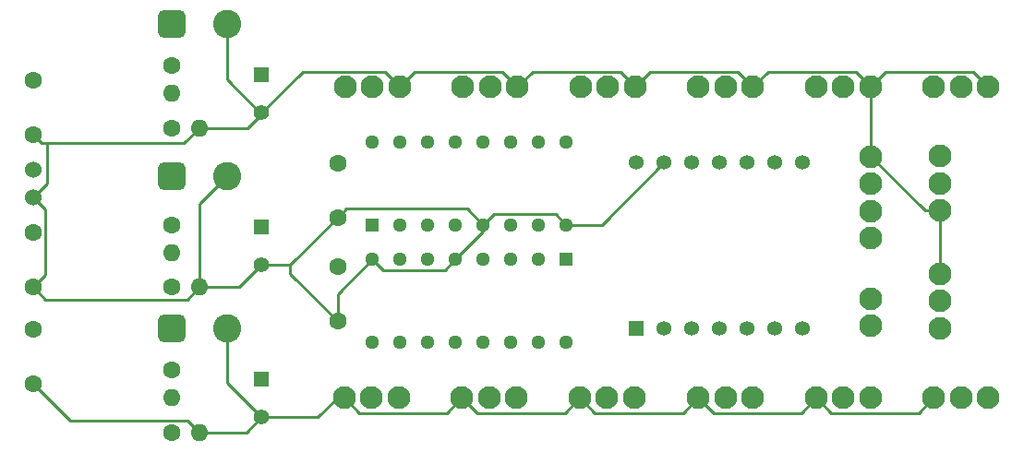
<source format=gbl>
%TF.GenerationSoftware,KiCad,Pcbnew,7.0.10*%
%TF.CreationDate,2024-10-31T16:27:30-04:00*%
%TF.ProjectId,SDP25_MainPCB,53445032-355f-44d6-9169-6e5043422e6b,rev?*%
%TF.SameCoordinates,Original*%
%TF.FileFunction,Copper,L2,Bot*%
%TF.FilePolarity,Positive*%
%FSLAX46Y46*%
G04 Gerber Fmt 4.6, Leading zero omitted, Abs format (unit mm)*
G04 Created by KiCad (PCBNEW 7.0.10) date 2024-10-31 16:27:30*
%MOMM*%
%LPD*%
G01*
G04 APERTURE LIST*
G04 Aperture macros list*
%AMRoundRect*
0 Rectangle with rounded corners*
0 $1 Rounding radius*
0 $2 $3 $4 $5 $6 $7 $8 $9 X,Y pos of 4 corners*
0 Add a 4 corners polygon primitive as box body*
4,1,4,$2,$3,$4,$5,$6,$7,$8,$9,$2,$3,0*
0 Add four circle primitives for the rounded corners*
1,1,$1+$1,$2,$3*
1,1,$1+$1,$4,$5*
1,1,$1+$1,$6,$7*
1,1,$1+$1,$8,$9*
0 Add four rect primitives between the rounded corners*
20,1,$1+$1,$2,$3,$4,$5,0*
20,1,$1+$1,$4,$5,$6,$7,0*
20,1,$1+$1,$6,$7,$8,$9,0*
20,1,$1+$1,$8,$9,$2,$3,0*%
G04 Aperture macros list end*
%TA.AperFunction,ComponentPad*%
%ADD10C,2.100000*%
%TD*%
%TA.AperFunction,ComponentPad*%
%ADD11C,1.600000*%
%TD*%
%TA.AperFunction,ComponentPad*%
%ADD12O,1.600000X1.600000*%
%TD*%
%TA.AperFunction,ComponentPad*%
%ADD13RoundRect,0.650000X-0.650000X-0.650000X0.650000X-0.650000X0.650000X0.650000X-0.650000X0.650000X0*%
%TD*%
%TA.AperFunction,ComponentPad*%
%ADD14C,2.600000*%
%TD*%
%TA.AperFunction,ComponentPad*%
%ADD15R,1.422400X1.422400*%
%TD*%
%TA.AperFunction,ComponentPad*%
%ADD16C,1.422400*%
%TD*%
%TA.AperFunction,ComponentPad*%
%ADD17R,1.295400X1.295400*%
%TD*%
%TA.AperFunction,ComponentPad*%
%ADD18C,1.295400*%
%TD*%
%TA.AperFunction,ComponentPad*%
%ADD19R,1.358000X1.358000*%
%TD*%
%TA.AperFunction,ComponentPad*%
%ADD20C,1.358000*%
%TD*%
%TA.AperFunction,ComponentPad*%
%ADD21C,1.524000*%
%TD*%
%TA.AperFunction,Conductor*%
%ADD22C,0.250000*%
%TD*%
G04 APERTURE END LIST*
D10*
%TO.P,J9,1*%
%TO.N,GND*%
X128905000Y-51515000D03*
%TO.P,J9,2*%
%TO.N,Net-(IC1-INPUT)*%
X128905000Y-54015000D03*
%TO.P,J9,3*%
%TO.N,Net-(U3-RX_D7)*%
X128905000Y-56515000D03*
%TO.P,J9,4*%
%TO.N,Net-(U3-TX_D6)*%
X128905000Y-59015000D03*
%TD*%
%TO.P,J15,1*%
%TO.N,GND*%
X134660000Y-73665000D03*
%TO.P,J15,2*%
%TO.N,Net-(U2-G)*%
X137160000Y-73665000D03*
%TO.P,J15,3*%
%TO.N,Net-(IC3-OUTPUT)*%
X139660000Y-73665000D03*
%TD*%
D11*
%TO.P,R2,1*%
%TO.N,Net-(IC2-OUTPUT)*%
X64770000Y-43180000D03*
D12*
%TO.P,R2,2*%
%TO.N,Net-(IC2-ADJ)*%
X64770000Y-45720000D03*
%TD*%
D11*
%TO.P,R3,1*%
%TO.N,Net-(IC3-ADJ)*%
X64770000Y-76835000D03*
D12*
%TO.P,R3,2*%
%TO.N,GND*%
X67310000Y-76835000D03*
%TD*%
D13*
%TO.P,TP1,1,1*%
%TO.N,Net-(IC1-OUTPUT)*%
X64770000Y-53340000D03*
D14*
%TO.P,TP1,2,2*%
%TO.N,GND*%
X69850000Y-53340000D03*
%TD*%
D15*
%TO.P,C6,1*%
%TO.N,Net-(IC1-OUTPUT)*%
X73025000Y-57969150D03*
D16*
%TO.P,C6,2*%
%TO.N,GND*%
X73025000Y-61474350D03*
%TD*%
D11*
%TO.P,C3,1*%
%TO.N,GND*%
X80010000Y-66635000D03*
%TO.P,C3,2*%
%TO.N,Net-(IC1-OUTPUT)*%
X80010000Y-61635000D03*
%TD*%
D10*
%TO.P,J12,1*%
%TO.N,GND*%
X102195000Y-73665000D03*
%TO.P,J12,2*%
%TO.N,Net-(U2-C)*%
X104695000Y-73665000D03*
%TO.P,J12,3*%
%TO.N,Net-(IC3-OUTPUT)*%
X107195000Y-73665000D03*
%TD*%
D11*
%TO.P,C7,1*%
%TO.N,Net-(IC1-INPUT)*%
X52070000Y-44490000D03*
%TO.P,C7,2*%
%TO.N,GND*%
X52070000Y-49490000D03*
%TD*%
%TO.P,C5,1*%
%TO.N,Net-(IC1-INPUT)*%
X52070000Y-58500000D03*
%TO.P,C5,2*%
%TO.N,GND*%
X52070000Y-63500000D03*
%TD*%
D10*
%TO.P,J2,1*%
%TO.N,GND*%
X135260000Y-56475000D03*
%TO.P,J2,2*%
%TO.N,Net-(U1-E)*%
X135260000Y-53975000D03*
%TO.P,J2,3*%
%TO.N,Net-(IC2-OUTPUT)*%
X135260000Y-51475000D03*
%TD*%
D11*
%TO.P,R6,1*%
%TO.N,Net-(IC1-OUTPUT)*%
X64770000Y-57785000D03*
D12*
%TO.P,R6,2*%
%TO.N,Net-(IC1-ADJ)*%
X64770000Y-60325000D03*
%TD*%
D10*
%TO.P,J10,1*%
%TO.N,GND*%
X80605000Y-73665000D03*
%TO.P,J10,2*%
%TO.N,Net-(U2-E)*%
X83105000Y-73665000D03*
%TO.P,J10,3*%
%TO.N,Net-(IC3-OUTPUT)*%
X85605000Y-73665000D03*
%TD*%
D13*
%TO.P,TP2,1,1*%
%TO.N,Net-(IC2-OUTPUT)*%
X64770000Y-39370000D03*
D14*
%TO.P,TP2,2,2*%
%TO.N,GND*%
X69850000Y-39370000D03*
%TD*%
D10*
%TO.P,J5,1*%
%TO.N,GND*%
X118070000Y-45085000D03*
%TO.P,J5,2*%
%TO.N,Net-(U1-B)*%
X115570000Y-45085000D03*
%TO.P,J5,3*%
%TO.N,Net-(IC2-OUTPUT)*%
X113070000Y-45085000D03*
%TD*%
D13*
%TO.P,TP3,1,1*%
%TO.N,Net-(IC3-OUTPUT)*%
X64770000Y-67310000D03*
D14*
%TO.P,TP3,2,2*%
%TO.N,GND*%
X69850000Y-67310000D03*
%TD*%
D10*
%TO.P,J17,1*%
%TO.N,Net-(U3-VCC_3V3)*%
X128900000Y-64540000D03*
%TO.P,J17,2*%
%TO.N,Net-(U3-D4)*%
X128900000Y-67040000D03*
%TD*%
D17*
%TO.P,U1,1,D1*%
%TO.N,Net-(U1-D1)*%
X83185000Y-57785000D03*
D18*
%TO.P,U1,2,D2*%
%TO.N,Net-(U1-D2)*%
X85725000Y-57785000D03*
%TO.P,U1,3,\u002ALT*%
%TO.N,Net-(IC1-OUTPUT)*%
X88265000Y-57785000D03*
%TO.P,U1,4,\u002ABL*%
X90805000Y-57785000D03*
%TO.P,U1,5,\u002ALE*%
%TO.N,GND*%
X93345000Y-57785000D03*
%TO.P,U1,6,D3*%
%TO.N,Net-(U1-D3)*%
X95885000Y-57785000D03*
%TO.P,U1,7,D0*%
%TO.N,Net-(U1-D0)*%
X98425000Y-57785000D03*
%TO.P,U1,8,GND*%
%TO.N,GND*%
X100965000Y-57785000D03*
%TO.P,U1,9,E*%
%TO.N,Net-(U1-E)*%
X100965000Y-50165000D03*
%TO.P,U1,10,D*%
%TO.N,Net-(U1-D)*%
X98425000Y-50165000D03*
%TO.P,U1,11,C*%
%TO.N,Net-(U1-C)*%
X95885000Y-50165000D03*
%TO.P,U1,12,B*%
%TO.N,Net-(U1-B)*%
X93345000Y-50165000D03*
%TO.P,U1,13,A*%
%TO.N,Net-(U1-A)*%
X90805000Y-50165000D03*
%TO.P,U1,14,G*%
%TO.N,Net-(U1-G)*%
X88265000Y-50165000D03*
%TO.P,U1,15,F*%
%TO.N,Net-(U1-F)*%
X85725000Y-50165000D03*
%TO.P,U1,16,VCC*%
%TO.N,Net-(IC1-OUTPUT)*%
X83185000Y-50165000D03*
%TD*%
D10*
%TO.P,J13,1*%
%TO.N,GND*%
X113070000Y-73665000D03*
%TO.P,J13,2*%
%TO.N,Net-(U2-B)*%
X115570000Y-73665000D03*
%TO.P,J13,3*%
%TO.N,Net-(IC3-OUTPUT)*%
X118070000Y-73665000D03*
%TD*%
%TO.P,J16,1*%
%TO.N,GND*%
X135250000Y-62270000D03*
%TO.P,J16,2*%
%TO.N,Net-(U2-F)*%
X135250000Y-64770000D03*
%TO.P,J16,3*%
%TO.N,Net-(IC3-OUTPUT)*%
X135250000Y-67270000D03*
%TD*%
D17*
%TO.P,U2,1,D1*%
%TO.N,Net-(U2-D1)*%
X100965000Y-60960000D03*
D18*
%TO.P,U2,2,D2*%
%TO.N,Net-(U2-D2)*%
X98425000Y-60960000D03*
%TO.P,U2,3,\u002ALT*%
%TO.N,Net-(IC1-OUTPUT)*%
X95885000Y-60960000D03*
%TO.P,U2,4,\u002ABL*%
X93345000Y-60960000D03*
%TO.P,U2,5,\u002ALE*%
%TO.N,GND*%
X90805000Y-60960000D03*
%TO.P,U2,6,D3*%
%TO.N,Net-(U2-D3)*%
X88265000Y-60960000D03*
%TO.P,U2,7,D0*%
%TO.N,Net-(U2-D0)*%
X85725000Y-60960000D03*
%TO.P,U2,8,GND*%
%TO.N,GND*%
X83185000Y-60960000D03*
%TO.P,U2,9,E*%
%TO.N,Net-(U2-E)*%
X83185000Y-68580000D03*
%TO.P,U2,10,D*%
%TO.N,Net-(U2-D)*%
X85725000Y-68580000D03*
%TO.P,U2,11,C*%
%TO.N,Net-(U2-C)*%
X88265000Y-68580000D03*
%TO.P,U2,12,B*%
%TO.N,Net-(U2-B)*%
X90805000Y-68580000D03*
%TO.P,U2,13,A*%
%TO.N,Net-(U2-A)*%
X93345000Y-68580000D03*
%TO.P,U2,14,G*%
%TO.N,Net-(U2-G)*%
X95885000Y-68580000D03*
%TO.P,U2,15,F*%
%TO.N,Net-(U2-F)*%
X98425000Y-68580000D03*
%TO.P,U2,16,VCC*%
%TO.N,Net-(IC1-OUTPUT)*%
X100965000Y-68580000D03*
%TD*%
D15*
%TO.P,C1,1*%
%TO.N,Net-(IC2-OUTPUT)*%
X73025000Y-43999150D03*
D16*
%TO.P,C1,2*%
%TO.N,GND*%
X73025000Y-47504350D03*
%TD*%
D15*
%TO.P,C2,1*%
%TO.N,Net-(IC3-OUTPUT)*%
X73025000Y-71939150D03*
D16*
%TO.P,C2,2*%
%TO.N,GND*%
X73025000Y-75444350D03*
%TD*%
D10*
%TO.P,J4,1*%
%TO.N,GND*%
X128865000Y-45085000D03*
%TO.P,J4,2*%
%TO.N,Net-(U1-C)*%
X126365000Y-45085000D03*
%TO.P,J4,3*%
%TO.N,Net-(IC2-OUTPUT)*%
X123865000Y-45085000D03*
%TD*%
%TO.P,J11,1*%
%TO.N,GND*%
X91400000Y-73665000D03*
%TO.P,J11,2*%
%TO.N,Net-(U2-D)*%
X93900000Y-73665000D03*
%TO.P,J11,3*%
%TO.N,Net-(IC3-OUTPUT)*%
X96400000Y-73665000D03*
%TD*%
D11*
%TO.P,C8,1*%
%TO.N,Net-(IC1-INPUT)*%
X52070000Y-67350000D03*
%TO.P,C8,2*%
%TO.N,GND*%
X52070000Y-72350000D03*
%TD*%
D10*
%TO.P,J14,1*%
%TO.N,GND*%
X123865000Y-73665000D03*
%TO.P,J14,2*%
%TO.N,Net-(U2-A)*%
X126365000Y-73665000D03*
%TO.P,J14,3*%
%TO.N,Net-(IC3-OUTPUT)*%
X128865000Y-73665000D03*
%TD*%
%TO.P,J7,1*%
%TO.N,GND*%
X96480000Y-45085000D03*
%TO.P,J7,2*%
%TO.N,Net-(U1-G)*%
X93980000Y-45085000D03*
%TO.P,J7,3*%
%TO.N,Net-(IC2-OUTPUT)*%
X91480000Y-45085000D03*
%TD*%
%TO.P,J6,1*%
%TO.N,GND*%
X107275000Y-45085000D03*
%TO.P,J6,2*%
%TO.N,Net-(U1-A)*%
X104775000Y-45085000D03*
%TO.P,J6,3*%
%TO.N,Net-(IC2-OUTPUT)*%
X102275000Y-45085000D03*
%TD*%
D11*
%TO.P,C4,1*%
%TO.N,Net-(IC1-OUTPUT)*%
X80010000Y-52110000D03*
%TO.P,C4,2*%
%TO.N,GND*%
X80010000Y-57110000D03*
%TD*%
D19*
%TO.P,U3,1,D0*%
%TO.N,Net-(U2-D0)*%
X107378500Y-67310000D03*
D20*
%TO.P,U3,2,D1*%
%TO.N,Net-(U2-D3)*%
X109918500Y-67310000D03*
%TO.P,U3,3,D2*%
%TO.N,Net-(U2-D2)*%
X112458500Y-67310000D03*
%TO.P,U3,4,D3*%
%TO.N,Net-(U2-D1)*%
X114998500Y-67310000D03*
%TO.P,U3,5,D4*%
%TO.N,Net-(U3-D4)*%
X117538500Y-67310000D03*
%TO.P,U3,6,D5*%
%TO.N,Net-(U1-D0)*%
X120078500Y-67310000D03*
%TO.P,U3,7,TX_D6*%
%TO.N,Net-(U3-TX_D6)*%
X122618500Y-67310000D03*
%TO.P,U3,8,RX_D7*%
%TO.N,Net-(U3-RX_D7)*%
X122618500Y-52070000D03*
%TO.P,U3,9,D8*%
%TO.N,Net-(U1-D1)*%
X120078500Y-52070000D03*
%TO.P,U3,10,D9*%
%TO.N,Net-(U1-D2)*%
X117538500Y-52070000D03*
%TO.P,U3,11,D10*%
%TO.N,Net-(U1-D3)*%
X114998500Y-52070000D03*
%TO.P,U3,12,VCC_3V3*%
%TO.N,Net-(U3-VCC_3V3)*%
X112458500Y-52070000D03*
%TO.P,U3,13,GND*%
%TO.N,GND*%
X109918500Y-52070000D03*
%TO.P,U3,14,VUSB*%
%TO.N,Net-(IC1-OUTPUT)*%
X107378500Y-52070000D03*
%TD*%
D11*
%TO.P,R1,1*%
%TO.N,Net-(IC2-ADJ)*%
X64770000Y-48895000D03*
D12*
%TO.P,R1,2*%
%TO.N,GND*%
X67310000Y-48895000D03*
%TD*%
D11*
%TO.P,R5,1*%
%TO.N,Net-(IC1-ADJ)*%
X64770000Y-63500000D03*
D12*
%TO.P,R5,2*%
%TO.N,GND*%
X67310000Y-63500000D03*
%TD*%
D10*
%TO.P,J8,1*%
%TO.N,GND*%
X85685000Y-45085000D03*
%TO.P,J8,2*%
%TO.N,Net-(U1-F)*%
X83185000Y-45085000D03*
%TO.P,J8,3*%
%TO.N,Net-(IC2-OUTPUT)*%
X80685000Y-45085000D03*
%TD*%
%TO.P,J3,1*%
%TO.N,GND*%
X139660000Y-45085000D03*
%TO.P,J3,2*%
%TO.N,Net-(U1-D)*%
X137160000Y-45085000D03*
%TO.P,J3,3*%
%TO.N,Net-(IC2-OUTPUT)*%
X134660000Y-45085000D03*
%TD*%
D21*
%TO.P,J1,1*%
%TO.N,Net-(IC1-INPUT)*%
X52070000Y-52705000D03*
%TO.P,J1,2*%
%TO.N,GND*%
X52050000Y-55245000D03*
%TD*%
D11*
%TO.P,R4,1*%
%TO.N,Net-(IC3-OUTPUT)*%
X64770000Y-71120000D03*
D12*
%TO.P,R4,2*%
%TO.N,Net-(IC3-ADJ)*%
X64770000Y-73660000D03*
%TD*%
D22*
%TO.N,GND*%
X107275000Y-45085000D02*
X108650000Y-43710000D01*
X91870001Y-56310001D02*
X93345000Y-57785000D01*
X105900000Y-43710000D02*
X107275000Y-45085000D01*
X75645650Y-61474350D02*
X75645650Y-62270650D01*
X69850000Y-39370000D02*
X69850000Y-44450000D01*
X53195000Y-62375000D02*
X52070000Y-63500000D01*
X90805000Y-60960000D02*
X93345000Y-58420000D01*
X81980000Y-75040000D02*
X90025000Y-75040000D01*
X73025000Y-47504350D02*
X76819350Y-43710000D01*
X52070000Y-72350000D02*
X55430000Y-75710000D01*
X52050000Y-55245000D02*
X53340000Y-53955000D01*
X103570000Y-75040000D02*
X111695000Y-75040000D01*
X138285000Y-43710000D02*
X139660000Y-45085000D01*
X128905000Y-51515000D02*
X128905000Y-45125000D01*
X116695000Y-43710000D02*
X118070000Y-45085000D01*
X53195000Y-64625000D02*
X53340000Y-64625000D01*
X53195000Y-56390000D02*
X53195000Y-62375000D01*
X89832300Y-61932700D02*
X90805000Y-60960000D01*
X99992300Y-56812300D02*
X100965000Y-57785000D01*
X69850000Y-44450000D02*
X73025000Y-47625000D01*
X133865000Y-56475000D02*
X135260000Y-56475000D01*
X67310000Y-55880000D02*
X67310000Y-63500000D01*
X123865000Y-73665000D02*
X125240000Y-75040000D01*
X130240000Y-43710000D02*
X138285000Y-43710000D01*
X53340000Y-53955000D02*
X53340000Y-50289999D01*
X96480000Y-45085000D02*
X97855000Y-43710000D01*
X97855000Y-43710000D02*
X105900000Y-43710000D01*
X75645650Y-62270650D02*
X80010000Y-66635000D01*
X53340000Y-50289999D02*
X65915001Y-50289999D01*
X92775000Y-75040000D02*
X100820000Y-75040000D01*
X100965000Y-57785000D02*
X104203500Y-57785000D01*
X80605000Y-73665000D02*
X81980000Y-75040000D01*
X67310000Y-76835000D02*
X71634350Y-76835000D01*
X119445000Y-43710000D02*
X127490000Y-43710000D01*
X93345000Y-58420000D02*
X93345000Y-57785000D01*
X69850000Y-72269350D02*
X73025000Y-75444350D01*
X69850000Y-53340000D02*
X67310000Y-55880000D01*
X127490000Y-43710000D02*
X128865000Y-45085000D01*
X52050000Y-55245000D02*
X53195000Y-56390000D01*
X91400000Y-73665000D02*
X92775000Y-75040000D01*
X53340000Y-64625000D02*
X66185000Y-64625000D01*
X84310000Y-43710000D02*
X85685000Y-45085000D01*
X66185000Y-64625000D02*
X67310000Y-63500000D01*
X93345000Y-57785000D02*
X94317700Y-56812300D01*
X65915001Y-50289999D02*
X67310000Y-48895000D01*
X80010000Y-64135000D02*
X83185000Y-60960000D01*
X75645650Y-61474350D02*
X80010000Y-57110000D01*
X70999350Y-63500000D02*
X73025000Y-61474350D01*
X78185650Y-75444350D02*
X80605000Y-73025000D01*
X85685000Y-45085000D02*
X87060000Y-43710000D01*
X67310000Y-48895000D02*
X71755000Y-48895000D01*
X114445000Y-75040000D02*
X122490000Y-75040000D01*
X94317700Y-56812300D02*
X99992300Y-56812300D01*
X71755000Y-48895000D02*
X73025000Y-47625000D01*
X128905000Y-45125000D02*
X128865000Y-45085000D01*
X100820000Y-75040000D02*
X102195000Y-73665000D01*
X118070000Y-45085000D02*
X119445000Y-43710000D01*
X108650000Y-43710000D02*
X116695000Y-43710000D01*
X67310000Y-63500000D02*
X70999350Y-63500000D01*
X52070000Y-49490000D02*
X52869999Y-50289999D01*
X111695000Y-75040000D02*
X113070000Y-73665000D01*
X87060000Y-43710000D02*
X95105000Y-43710000D01*
X95105000Y-43710000D02*
X96480000Y-45085000D01*
X113070000Y-73665000D02*
X114445000Y-75040000D01*
X80010000Y-66635000D02*
X80010000Y-64135000D01*
X69850000Y-67310000D02*
X69850000Y-72269350D01*
X102195000Y-73665000D02*
X103570000Y-75040000D01*
X122490000Y-75040000D02*
X123865000Y-73665000D01*
X52869999Y-50289999D02*
X53340000Y-50289999D01*
X84157700Y-61932700D02*
X89832300Y-61932700D01*
X52070000Y-63500000D02*
X53195000Y-64625000D01*
X76819350Y-43710000D02*
X84310000Y-43710000D01*
X90025000Y-75040000D02*
X91400000Y-73665000D01*
X135260000Y-56475000D02*
X135260000Y-62260000D01*
X80809999Y-56310001D02*
X91870001Y-56310001D01*
X135260000Y-62260000D02*
X135250000Y-62270000D01*
X128865000Y-45085000D02*
X130240000Y-43710000D01*
X104203500Y-57785000D02*
X109918500Y-52070000D01*
X125240000Y-75040000D02*
X133285000Y-75040000D01*
X71634350Y-76835000D02*
X73025000Y-75444350D01*
X133285000Y-75040000D02*
X134660000Y-73665000D01*
X83185000Y-60960000D02*
X84157700Y-61932700D01*
X55430000Y-75710000D02*
X66185000Y-75710000D01*
X80010000Y-57110000D02*
X80809999Y-56310001D01*
X73025000Y-75444350D02*
X78185650Y-75444350D01*
X66185000Y-75710000D02*
X67310000Y-76835000D01*
X128905000Y-51515000D02*
X133865000Y-56475000D01*
X73025000Y-61474350D02*
X75645650Y-61474350D01*
%TD*%
M02*

</source>
